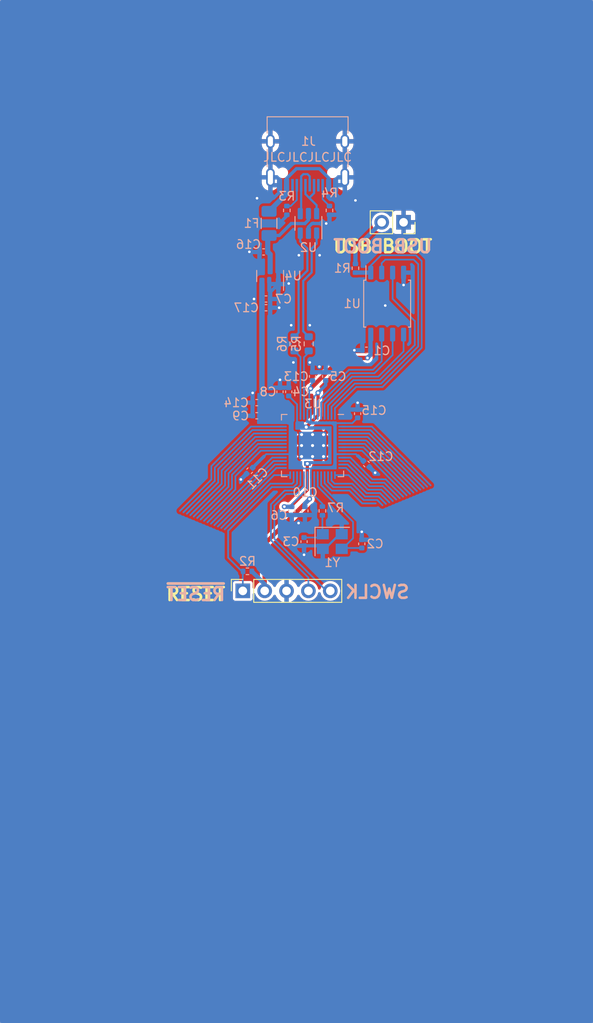
<source format=kicad_pcb>
(kicad_pcb (version 20211014) (generator pcbnew)
  (layers (0 "F.Cu" signal) (31 "B.Cu" signal) (34 "B.Paste" user) (35 "F.Paste" user) (36 "B.SilkS" user "B.Silkscreen") (37 "F.SilkS" user "F.Silkscreen") (38 "B.Mask" user) (39 "F.Mask" user) (44 "Edge.Cuts" user))
  (net 0 "")
  (net 1 "+3V3")
  (net 2 "GND")
  (net 3 "XTAL_IN")
  (net 4 "/XTAL_O")
  (net 5 "+1V1")
  (net 6 "+5V")
  (net 7 "VBUS")
  (net 8 "/CC1")
  (net 9 "D_USB_P")
  (net 10 "D_USB_N")
  (net 12 "/CC2")
  (net 14 "~{RESET}")
  (net 15 "SWD")
  (net 16 "SWCLK")
  (net 17 "/GPIO10")
  (net 18 "/GPIO11")
  (net 19 "/GPIO12")
  (net 20 "/GPIO13")
  (net 21 "/GPIO14")
  (net 22 "/GPIO15")
  (net 23 "/GPIO16")
  (net 24 "/GPIO17")
  (net 25 "/GPIO18")
  (net 26 "/GPIO19")
  (net 27 "/GPIO0")
  (net 28 "/GPIO1")
  (net 29 "/GPIO2")
  (net 30 "/GPIO3")
  (net 31 "/GPIO4")
  (net 32 "/GPIO5")
  (net 33 "/GPIO6")
  (net 34 "/GPIO7")
  (net 35 "/GPIO8")
  (net 36 "/GPIO9")
  (net 37 "/~{USB_BOOT}")
  (net 38 "CS")
  (net 39 "D_P")
  (net 40 "/D_+")
  (net 41 "D_N")
  (net 42 "/D_-")
  (net 43 "XTAL_OUT")
  (net 44 "SD1")
  (net 45 "SD2")
  (net 46 "SD0")
  (net 47 "QSPI_CLK")
  (net 48 "SD3")
  (net 49 "/GPIO20")
  (net 50 "/GPIO21")
  (net 51 "/GPIO22")
  (net 52 "/GPIO23")
  (net 53 "/GPIO24")
  (net 54 "/GPIO25")
  (net 55 "/GPIO26")
  (net 56 "/GPIO27")
  (net 57 "/GPIO28")
  (net 58 "/GPIO29")
  (footprint "Connector_PinSocket_2.54mm:PinSocket_1x05_P2.54mm_Vertical" (layer "F.Cu") (at 193.26225 83.931125 90)
    (fp_text reference "J2" hide)
    (fp_text value "SWD")
  )
  (footprint "Connector_PinSocket_2.54mm:PinSocket_1x02_P2.54mm_Vertical" (layer "F.Cu") (at 211.93125 41.132125 -90)
    (fp_text reference "SW1" hide)
    (fp_text value "SW_Push")
  )
  (footprint "Capacitor_SMD:C_0402_1005Metric" (layer "B.Cu") (at 198.59625 60.817125 90)
    (fp_text reference "C4")
    (fp_text value "1uF")
  )
  (footprint "Package_TO_SOT_SMD:SOT-23" (layer "B.Cu") (at 196.43675 47.368125 90)
    (fp_text reference "U4")
    (fp_text value "XC6206PxxxMR-Regulator_Linear")
  )
  (footprint "Resistor_SMD:R_0603_1608Metric" (layer "B.Cu") (at 199.263 55.245 -90)
    (fp_text reference "R6")
    (fp_text value "27R")
  )
  (footprint "Fuse:Fuse_1206_3216Metric" (layer "B.Cu") (at 196.31025 41.259125 -90)
    (fp_text reference "F1")
    (fp_text value "500mA")
  )
  (footprint "Resistor_SMD:R_0402_1005Metric" (layer "B.Cu") (at 198.374 39.751 -90)
    (fp_text reference "R3")
    (fp_text value "5k1")
  )
  (footprint "Resistor_SMD:R_0402_1005Metric" (layer "B.Cu") (at 203.327 39.751 -90)
    (fp_text reference "R4")
    (fp_text value "5k1")
  )
  (footprint "Capacitor_SMD:C_0402_1005Metric" (layer "B.Cu") (at 194.056 69.977 -135)
    (fp_text reference "C11")
    (fp_text value "100nF")
  )
  (footprint "Capacitor_SMD:C_0402_1005Metric" (layer "B.Cu") (at 197.58025 60.817125 90)
    (fp_text reference "C8")
    (fp_text value "1uF")
  )
  (footprint "Capacitor_SMD:C_0402_1005Metric" (layer "B.Cu") (at 195.961 51.054 180)
    (fp_text reference "C17")
    (fp_text value "1uF")
  )
  (footprint "Capacitor_SMD:C_0402_1005Metric" (layer "B.Cu") (at 201.362 59.023357 90)
    (fp_text reference "C13")
    (fp_text value "100nF")
  )
  (footprint "Capacitor_SMD:C_0402_1005Metric" (layer "B.Cu") (at 195.67475 44.574125)
    (fp_text reference "C16")
    (fp_text value "1uF")
  )
  (footprint "Capacitor_SMD:C_0402_1005Metric" (layer "B.Cu") (at 200.473 74.644357 -90)
    (fp_text reference "C10")
    (fp_text value "100nF")
  )
  (footprint "Capacitor_SMD:C_0402_1005Metric" (layer "B.Cu") (at 206.59725 63.357125 90)
    (fp_text reference "C15")
    (fp_text value "100nF")
  )
  (footprint "Package_TO_SOT_SMD:SOT-23-6" (layer "B.Cu") (at 200.88225 41.259125 90)
    (fp_text reference "U2")
    (fp_text value "USBLC6-2SC6")
  )
  (footprint "Capacitor_SMD:C_0402_1005Metric" (layer "B.Cu") (at 198.949 74.644357 -90)
    (fp_text reference "C6")
    (fp_text value "100nF")
  )
  (footprint "Resistor_SMD:R_0402_1005Metric" (layer "B.Cu") (at 206.34325 46.466125 -90)
    (fp_text reference "R1")
    (fp_text value "1k")
  )
  (footprint "Capacitor_SMD:C_0402_1005Metric" (layer "B.Cu") (at 202.886 59.023357 90)
    (fp_text reference "C5")
    (fp_text value "100nF")
  )
  (footprint "Capacitor_SMD:C_0402_1005Metric" (layer "B.Cu") (at 207.61325 55.991125 180)
    (fp_text reference "C1")
    (fp_text value "100nF")
  )
  (footprint "Capacitor_SMD:C_0402_1005Metric" (layer "B.Cu") (at 207.077 78.470125 -90)
    (fp_text reference "C2")
    (fp_text value "22pF")
  )
  (footprint "Capacitor_SMD:C_0402_1005Metric" (layer "B.Cu") (at 194.885 63.595357 180)
    (fp_text reference "C9")
    (fp_text value "100nF")
  )
  (footprint "Capacitor_SMD:C_0402_1005Metric" (layer "B.Cu") (at 195.961 50.038)
    (fp_text reference "C7")
    (fp_text value "10uF")
  )
  (footprint "Capacitor_SMD:C_0402_1005Metric" (layer "B.Cu") (at 200.37425 78.216125 90)
    (fp_text reference "C3")
    (fp_text value "22pF")
  )
  (footprint "Resistor_SMD:R_0603_1608Metric" (layer "B.Cu") (at 200.914 55.245 -90)
    (fp_text reference "R5")
    (fp_text value "27R")
  )
  (footprint "Sleep-Lib:RP2040-QFN-56" (layer "B.Cu") (at 201.362 67.056107 180)
    (fp_text reference "U3")
    (fp_text value "RP2040")
  )
  (footprint "Crystal:Crystal_SMD_3225-4Pin_3.2x2.5mm" (layer "B.Cu") (at 203.648 78.200357)
    (fp_text reference "Y1")
    (fp_text value "12MHz")
  )
  (footprint "Package_SO:SOIC-8_5.23x5.23mm_P1.27mm" (layer "B.Cu") (at 210.02625 50.574125 -90)
    (fp_text reference "U1")
    (fp_text value "W25Q128JVS")
  )
  (footprint "Resistor_SMD:R_0402_1005Metric" (layer "B.Cu") (at 193.802 81.661 180)
    (fp_text reference "R2")
    (fp_text value "1k")
  )
  (footprint "Capacitor_SMD:C_0402_1005Metric" (layer "B.Cu") (at 207.61325 69.199125 -45)
    (fp_text reference "C12")
    (fp_text value "100nF")
  )
  (footprint "Connector_USB:USB_C_Receptacle_HRO_TYPE-C-31-M-12" (layer "B.Cu") (at 200.787 32.781875)
    (fp_text reference "J1")
    (fp_text value "USB_C_Receptacle_USB2.0")
  )
  (footprint "Resistor_SMD:R_0402_1005Metric" (layer "B.Cu") (at 202.505 74.644357 90)
    (fp_text reference "R7")
    (fp_text value "1k")
  )
  (footprint "Capacitor_SMD:C_0402_1005Metric" (layer "B.Cu") (at 194.885 62.071357 180)
    (fp_text reference "C14")
    (fp_text value "100nF")
  )
  (gr_text "SWCLK" (at 208.88325 84.058125) (layer "B.SilkS") (effects (font (size 1.5 1.5) (thickness 0.3)) (justify mirror)))
  (gr_text "USB BOOT" (at 209.51825 43.926125) (layer "B.SilkS") (effects (font (size 1.5 1.5) (thickness 0.3)) (justify mirror)))
  (gr_text "JLCJLCJLCJLC" (at 200.787 33.575625) (layer "B.SilkS") (effects (font (size 1 1))))
  (gr_text "~{RESET}" (at 187.80125 84.312125) (layer "B.SilkS") (effects (font (size 1.5 1.5) (thickness 0.3)) (justify mirror)))
  (gr_text "~{RESET}" (at 187.80125 84.312125) (layer "F.SilkS") (effects (font (size 1.5 1.5) (thickness 0.3))))
  (gr_text "USB BOOT" (at 209.51825 43.926125) (layer "F.SilkS") (effects (font (size 1.5 1.5) (thickness 0.3))))
  (segment (start 201.00925 73.263125) (end 195.929261 78.343114) (width 0.5) (layer "F.Cu") (net 1))
  (segment (start 201.13625 60.436125) (end 204.69225 56.880125) (width 0.5) (layer "F.Cu") (net 1))
  (segment (start 195.929261 78.343114) (end 195.929261 78.343125) (width 0.5) (layer "F.Cu") (net 1))
  (segment (start 204.69225 56.880125) (end 207.74025 56.880125) (width 0.5) (layer "F.Cu") (net 1))
  (segment (start 195.80225 78.470136) (end 195.80225 83.931125) (width 0.5) (layer "F.Cu") (net 1))
  (segment (start 195.929261 78.343125) (end 195.80225 78.470136) (width 0.5) (layer "F.Cu") (net 1))
  (via (at 207.74025 56.880125) (size 0.6) (drill 0.3) (layers "F.Cu" "B.Cu") (net 1))
  (via (at 201.13625 60.436125) (size 0.6) (drill 0.3) (layers "F.Cu" "B.Cu") (net 1))
  (via (at 201.00925 73.263125) (size 0.6) (drill 0.3) (layers "F.Cu" "B.Cu") (net 1))
  (segment (start 195.976893 68.056107) (end 195.722875 68.310125) (width 0.2) (layer "B.Cu") (net 1))
  (segment (start 195.48675 48.305625) (end 195.48675 61.005625) (width 0.635) (layer "B.Cu") (net 1))
  (segment (start 208.09325 55.991125) (end 208.09325 54.202125) (width 0.5) (layer "B.Cu") (net 1))
  (segment (start 201.13625 60.436125) (end 200.98385 60.588525) (width 0.2) (layer "B.Cu") (net 1))
  (segment (start 197.9245 68.056107) (end 195.976893 68.056107) (width 0.2) (layer "B.Cu") (net 1))
  (segment (start 199.162 63.618607) (end 198.762 63.218607) (width 0.2) (layer "B.Cu") (net 1))
  (segment (start 195.365 62.071357) (end 195.365 63.595357) (width 0.381) (layer "B.Cu") (net 1))
  (segment (start 201.162 70.493607) (end 201.162 69.764357) (width 0.2) (layer "B.Cu") (net 1))
  (segment (start 200.762 63.618607) (end 200.762 64.212357) (width 0.2) (layer "B.Cu") (net 1))
  (segment (start 206.59725 68.255607) (end 206.39775 68.056107) (width 0.2) (layer "B.Cu") (net 1))
  (segment (start 201.162 73.110375) (end 201.162 70.493607) (width 0.2) (layer "B.Cu") (net 1))
  (segment (start 200.98385 60.588525) (end 200.98385 62.703507) (width 0.2) (layer "B.Cu") (net 1))
  (segment (start 197.9245 64.456107) (end 198.79375 64.456107) (width 0.2) (layer "B.Cu") (net 1))
  (segment (start 195.80225 83.15125) (end 194.312 81.661) (width 0.5) (layer "B.Cu") (net 1))
  (segment (start 198.762 63.618607) (end 198.762 62.478875) (width 0.2) (layer "B.Cu") (net 1))
  (segment (start 201.13625 60.436125) (end 201.13625 60.024107) (width 0.2) (layer "B.Cu") (net 1))
  (segment (start 206.59725 68.255607) (end 206.641732 68.255607) (width 0.381) (layer "B.Cu") (net 1))
  (segment (start 199.162 64.144357) (end 199.162 63.618607) (width 0.2) (layer "B.Cu") (net 1))
  (segment (start 198.822 64.484357) (end 199.162 64.144357) (width 0.2) (layer "B.Cu") (net 1))
  (segment (start 201.162 63.618607) (end 201.162 64.474375) (width 0.2) (layer "B.Cu") (net 1))
  (segment (start 198.762 64.417357) (end 198.695 64.484357) (width 0.2) (layer "B.Cu") (net 1))
  (segment (start 195.66 63.595357) (end 195.365 63.595357) (width 0.381) (layer "B.Cu") (net 1))
  (segment (start 201.00925 73.263125) (end 201.162 73.110375) (width 0.2) (layer "B.Cu") (net 1))
  (segment (start 195.80225 83.931125) (end 195.80225 83.15125) (width 0.5) (layer "B.Cu") (net 1))
  (segment (start 201.13625 60.024107) (end 201.362 59.798357) (width 0.2) (layer "B.Cu") (net 1))
  (segment (start 197.9245 64.456107) (end 196.52075 64.456107) (width 0.2) (layer "B.Cu") (net 1))
  (segment (start 198.762 63.618607) (end 198.762 64.417357) (width 0.2) (layer "B.Cu") (net 1))
  (segment (start 197.9245 68.056107) (end 198.80625 68.056107) (width 0.2) (layer "B.Cu") (net 1))
  (segment (start 203.632232 64.456107) (end 203.54925 64.373125) (width 0.2) (layer "B.Cu") (net 1))
  (segment (start 204.7995 68.056107) (end 204.04475 68.056107) (width 0.2) (layer "B.Cu") (net 1))
  (segment (start 207.74025 56.880125) (end 208.09325 56.527125) (width 0.5) (layer "B.Cu") (net 1))
  (segment (start 201.162 62.887357) (end 201.162 63.618607) (width 0.2) (layer "B.Cu") (net 1))
  (segment (start 205.978268 64.456107) (end 206.59725 63.837125) (width 0.2) (layer "B.Cu") (net 1))
  (segment (start 204.7995 64.456107) (end 203.632232 64.456107) (width 0.2) (layer "B.Cu") (net 1))
  (segment (start 208.09325 56.527125) (end 208.09325 55.991125) (width 0.5) (layer "B.Cu") (net 1))
  (segment (start 196.52075 64.456107) (end 195.66 63.595357) (width 0.2) (layer "B.Cu") (net 1))
  (segment (start 201.162 64.474375) (end 201.13625 64.500125) (width 0.2) (layer "B.Cu") (net 1))
  (segment (start 200.981 62.706357) (end 201.162 62.887357) (width 0.2) (layer "B.Cu") (net 1))
  (segment (start 206.641732 68.255607) (end 207.23225 68.846125) (width 0.381) (layer "B.Cu") (net 1))
  (segment (start 204.04475 68.056107) (end 204.029 68.040357) (width 0.2) (layer "B.Cu") (net 1))
  (segment (start 200.98385 62.703507) (end 200.981 62.706357) (width 0.2) (layer "B.Cu") (net 1))
  (segment (start 200.473 73.799375) (end 200.473 74.164357) (width 0.5) (layer "B.Cu") (net 1))
  (segment (start 201.00925 73.263125) (end 200.473 73.799375) (width 0.5) (layer "B.Cu") (net 1))
  (segment (start 197.58025 61.297125) (end 195.53475 61.297125) (width 0.5) (layer "B.Cu") (net 1))
  (segment (start 198.762 62.478875) (end 197.58025 61.297125) (width 0.2) (layer "B.Cu") (net 1))
  (segment (start 200.762 63.618607) (end 200.762 62.925357) (width 0.2) (layer "B.Cu") (net 1))
  (segment (start 195.722875 68.310125) (end 194.395411 69.637589) (width 0.381) (layer "B.Cu") (net 1))
  (segment (start 204.7995 64.456107) (end 205.978268 64.456107) (width 0.2) (layer "B.Cu") (net 1))
  (segment (start 206.39775 68.056107) (end 204.7995 68.056107) (width 0.2) (layer "B.Cu") (net 1))
  (segment (start 198.79375 64.456107) (end 198.822 64.484357) (width 0.2) (layer "B.Cu") (net 1))
  (segment (start 200.762 62.925357) (end 200.981 62.706357) (width 0.2) (layer "B.Cu") (net 1))
  (segment (start 200.087 65.781107) (end 202.637 65.781107) (width 0.635) (layer "F.Cu") (net 2))
  (segment (start 200.087 68.331107) (end 200.087 65.781107) (width 0.635) (layer "F.Cu") (net 2))
  (segment (start 202.637 68.331107) (end 202.637 65.781107) (width 0.635) (layer "F.Cu") (net 2))
  (segment (start 200.387 68.031107) (end 200.087 68.331107) (width 0.635) (layer "F.Cu") (net 2))
  (segment (start 200.087 67.056107) (end 202.637 67.056107) (width 0.635) (layer "F.Cu") (net 2))
  (segment (start 202.637 68.331107) (end 202.337 68.031107) (width 0.635) (layer "F.Cu") (net 2))
  (segment (start 201.362 65.781107) (end 201.362 68.331107) (width 0.635) (layer "F.Cu") (net 2))
  (segment (start 202.337 68.031107) (end 200.387 68.031107) (width 0.635) (layer "F.Cu") (net 2))
  (via (at 201.041 57.404) (size 0.6) (drill 0.3) (layers "F.Cu" "B.Cu") (net 2))
  (via (at 198.882 53.086) (size 0.6) (drill 0.3) (layers "F.Cu" "B.Cu") (net 2))
  (via (at 199.771 44.958) (size 0.6) (drill 0.3) (layers "F.Cu" "B.Cu") (net 2))
  (via (at 206.59725 62.087125) (size 0.6) (drill 0.3) (layers "F.Cu" "B.Cu") (net 2))
  (via (at 197.58025 59.420125) (size 0.6) (drill 0.3) (layers "F.Cu" "B.Cu") (net 2))
  (via (at 198.59625 48.244125) (size 0.6) (drill 0.3) (layers "F.Cu" "B.Cu") (net 2))
  (via (at 199.73925 76.057125) (size 0.6) (drill 0.3) (layers "F.Cu" "B.Cu") (net 2))
  (via (at 194.40525 60.944125) (size 0.6) (drill 0.3) (layers "F.Cu" "B.Cu") (net 2))
  (via (at 202.184 44.958) (size 0.6) (drill 0.3) (layers "F.Cu" "B.Cu") (net 2))
  (via (at 206.34325 38.592125) (size 0.6) (drill 0.3) (layers "F.Cu" "B.Cu") (net 2))
  (via (at 194.564 50.038) (size 0.6) (drill 0.3) (layers "F.Cu" "B.Cu") (net 2))
  (via (at 211.93125 48.415125) (size 0.6) (drill 0.3) (layers "F.Cu" "B.Cu") (net 2))
  (via (at 202.946 41.275) (size 0.6) (drill 0.3) (layers "F.Cu" "B.Cu") (net 2))
  (via (at 202.15225 57.896125) (size 0.6) (drill 0.3) (layers "F.Cu" "B.Cu") (net 2))
  (via (at 201.041 53.086) (size 0.6) (drill 0.3) (layers "F.Cu" "B.Cu") (net 2))
  (via (at 207.077 77.073125) (size 0.6) (drill 0.3) (layers "F.Cu" "B.Cu") (net 2))
  (via (at 194.91325 38.338125) (size 0.6) (drill 0.3) (layers "F.Cu" "B.Cu") (net 2))
  (via (at 194.02425 44.561125) (size 0.6) (drill 0.3) (layers "F.Cu" "B.Cu") (net 2))
  (via (at 197.485 51.054) (size 0.6) (drill 0.3) (layers "F.Cu" "B.Cu") (net 2))
  (via (at 206.21625 55.991125) (size 0.6) (drill 0.3) (layers "F.Cu" "B.Cu") (net 2))
  (via (at 200.37425 79.740125) (size 0.6) (drill 0.3) (layers "F.Cu" "B.Cu") (net 2))
  (via (at 199.136 57.404) (size 0.6) (drill 0.3) (layers "F.Cu" "B.Cu") (net 2))
  (via (at 208.62925 70.215125) (size 0.6) (drill 0.3) (layers "F.Cu" "B.Cu") (net 2))
  (via (at 193.04 70.993) (size 0.6) (drill 0.3) (layers "F.Cu" "B.Cu") (net 2))
  (via (at 209.804 50.8) (size 0.6) (drill 0.3) (layers "F.Cu" "B.Cu") (net 2))
  (segment (start 196.441 50.038) (end 196.441 49.251375) (width 0.381) (layer "B.Cu") (net 2))
  (segment (start 207.13325 55.991125) (end 206.21625 55.991125) (width 0.5) (layer "B.Cu") (net 2))
  (segment (start 194.405 62.071357) (end 194.405 63.595357) (width 0.381) (layer "B.Cu") (net 2))
  (segment (start 204.81925 38.592125) (end 206.34325 38.592125) (width 0.381) (layer "B.Cu") (net 2))
  (segment (start 207.077 76.365351) (end 207.077 77.073125) (width 0.2) (layer "B.Cu") (net 2))
  (segment (start 204.037 37.809875) (end 204.81925 38.592125) (width 0.381) (layer "B.Cu") (net 2))
  (segment (start 198.374 40.386) (end 197.612 41.148) (width 0.381) (layer "B.Cu") (net 2))
  (segment (start 204.037 36.826875) (end 204.037 37.809875) (width 0.381) (layer "B.Cu") (net 2))
  (segment (start 196.441 51.054) (end 197.485 51.054) (width 0.381) (layer "B.Cu") (net 2))
  (segment (start 193.04 70.993) (end 193.716589 70.316411) (width 0.2) (layer "B.Cu") (net 2))
  (segment (start 196.94525 38.211125) (end 196.81825 38.338125) (width 0.381) (layer "B.Cu") (net 2))
  (segment (start 197.537 37.619375) (end 196.94525 38.211125) (width 0.381) (layer "B.Cu") (net 2))
  (segment (start 195.19475 44.574125) (end 194.03725 44.574125) (width 0.5) (layer "B.Cu") (net 2))
  (segment (start 197.38675 48.305625) (end 198.53475 48.305625) (width 0.5) (layer "B.Cu") (net 2))
  (segment (start 197.58025 60.337125) (end 197.58025 59.420125) (width 0.2) (layer "B.Cu") (net 2))
  (segment (start 198.374 40.261) (end 198.374 40.386) (width 0.381) (layer "B.Cu") (net 2))
  (segment (start 196.441 49.251375) (end 197.38675 48.305625) (width 0.381) (layer "B.Cu") (net 2))
  (segment (start 201.295 41.275) (end 202.313 41.275) (width 0.381) (layer "B.Cu") (net 2))
  (segment (start 202.794978 79.050357) (end 204.494978 77.350357) (width 0.254) (layer "B.Cu") (net 2))
  (segment (start 202.362 71.650351) (end 207.077 76.365351) (width 0.2) (layer "B.Cu") (net 2))
  (segment (start 194.03725 44.574125) (end 194.02425 44.561125) (width 0.5) (layer "B.Cu") (net 2))
  (segment (start 197.537 36.826875) (end 197.537 37.619375) (width 0.381) (layer "B.Cu") (net 2))
  (segment (start 200.37425 78.696125) (end 200.37425 79.740125) (width 0.381) (layer "B.Cu") (net 2))
  (segment (start 202.362 70.493607) (end 202.362 71.650351) (width 0.2) (layer "B.Cu") (net 2))
  (segment (start 194.40525 60.944125) (end 194.40525 62.071107) (width 0.381) (layer "B.Cu") (net 2))
  (segment (start 200.37425 78.696125) (end 202.193768 78.696125) (width 0.381) (layer "B.Cu") (net 2))
  (segment (start 206.59725 62.877125) (end 206.59725 62.087125) (width 0.381) (layer "B.Cu") (net 2))
  (segment (start 207.952661 69.538536) (end 208.62925 70.215125) (width 0.381) (layer "B.Cu") (net 2))
  (segment (start 200.88225 42.396625) (end 200.88225 41.68775) (width 0.381) (layer "B.Cu") (net 2))
  (segment (start 211.93125 46.974125) (end 211.93125 48.415125) (width 0.381) (layer "B.Cu") (net 2))
  (segment (start 200.88225 41.68775) (end 201.295 41.275) (width 0.381) (layer "B.Cu") (net 2))
  (segment (start 196.81825 38.338125) (end 194.91325 38.338125) (width 0.381) (layer "B.Cu") (net 2))
  (segment (start 202.886 58.543357) (end 201.362 58.543357) (width 0.5) (layer "B.Cu") (net 2))
  (segment (start 198.53475 48.305625) (end 198.59625 48.244125) (width 0.5) (layer "B.Cu") (net 2))
  (segment (start 207.077 77.073125) (end 207.077 77.990125) (width 0.381) (layer "B.Cu") (net 2))
  (segment (start 201.962 70.493607) (end 201.962 71.815357) (width 0.2) (layer "B.Cu") (net 3))
  (segment (start 206.061 75.914357) (end 206.061 77.819357) (width 0.2) (layer "B.Cu") (net 3))
  (segment (start 201.962 71.815357) (end 206.061 75.914357) (width 0.2) (layer "B.Cu") (net 3))
  (segment (start 207.077 78.950125) (end 204.848232 78.950125) (width 0.2) (layer "B.Cu") (net 3))
  (segment (start 206.061 77.819357) (end 204.83 79.050357) (width 0.2) (layer "B.Cu") (net 3))
  (segment (start 200.37425 77.736125) (end 202.162232 77.736125) (width 0.2) (layer "B.Cu") (net 4))
  (segment (start 202.505 77.307357) (end 202.505 75.154357) (width 0.2) (layer "B.Cu") (net 4))
  (segment (start 200.75525 69.155607) (end 200.75525 72.203107) (width 0.381) (layer "F.Cu") (net 5))
  (segment (start 200.62825 64.918357) (end 201.997 63.549607) (width 0.381) (layer "F.Cu") (net 5))
  (segment (start 198.806232 74.152125) (end 198.08825 74.152125) (width 0.381) (layer "F.Cu") (net 5))
  (segment (start 200.75525 72.203107) (end 198.806232 74.152125) (width 0.381) (layer "F.Cu") (net 5))
  (segment (start 201.997 63.549607) (end 201.997 60.928357) (width 0.381) (layer "F.Cu") (net 5))
  (via (at 200.62825 64.918357) (size 0.6) (drill 0.35) (layers "F.Cu" "B.Cu") (net 5))
  (via (at 201.997 60.928357) (size 0.6) (drill 0.3) (layers "F.Cu" "B.Cu") (net 5))
  (via (at 198.08825 74.152125) (size 0.6) (drill 0.3) (layers "F.Cu" "B.Cu") (net 5))
  (via (at 200.75525 69.155607) (size 0.6) (drill 0.35) (layers "F.Cu" "B.Cu") (net 5))
  (segment (start 200.762 72.056357) (end 200.762 70.493607) (width 0.2) (layer "B.Cu") (net 5))
  (segment (start 198.08825 74.152125) (end 198.100482 74.164357) (width 0.5) (layer "B.Cu") (net 5))
  (segment (start 201.562 61.363357) (end 201.562 63.618607) (width 0.2) (layer "B.Cu") (net 5))
  (segment (start 199.562 63.618607) (end 199.562 64.462357) (width 0.2) (layer "B.Cu") (net 5))
  (segment (start 198.100482 74.164357) (end 198.949 74.164357) (width 0.5) (layer "B.Cu") (net 5))
  (segment (start 199.562 62.262875) (end 198.59625 61.297125) (width 0.2) (layer "B.Cu") (net 5))
  (segment (start 200.62825 64.918357) (end 200.700037 64.990144) (width 0.381) (layer "B.Cu") (net 5))
  (segment (start 199.562 63.618607) (end 199.562 62.262875) (width 0.2) (layer "B.Cu") (net 5))
  (segment (start 199.562 64.462357) (end 199.711 64.611357) (width 0.2) (layer "B.Cu") (net 5))
  (segment (start 198.949 73.869357) (end 200.762 72.056357) (width 0.2) (layer "B.Cu") (net 5))
  (segment (start 201.997 60.928357) (end 202.886 60.039357) (width 0.381) (layer "B.Cu") (net 5))
  (segment (start 202.886 60.039357) (end 202.886 59.798357) (width 0.381) (layer "B.Cu") (net 5))
  (segment (start 201.997 60.928357) (end 201.562 61.363357) (width 0.2) (layer "B.Cu") (net 5))
  (segment (start 196.43675 44.856125) (end 196.15475 44.574125) (width 0.6) (layer "B.Cu") (net 6))
  (segment (start 200.47402 41.275) (end 198.882 41.275) (width 0.381) (layer "B.Cu") (net 6))
  (segment (start 200.88225 40.86677) (end 200.47402 41.275) (width 0.381) (layer "B.Cu") (net 6))
  (segment (start 197.497875 42.659125) (end 196.31025 42.659125) (width 0.381) (layer "B.Cu") (net 6))
  (segment (start 200.88225 40.121625) (end 200.88225 40.86677) (width 0.381) (layer "B.Cu") (net 6))
  (segment (start 198.882 41.275) (end 197.497875 42.659125) (width 0.381) (layer "B.Cu") (net 6))
  (segment (start 196.43675 46.430625) (end 196.43675 44.856125) (width 0.6) (layer "B.Cu") (net 6))
  (segment (start 196.15475 44.574125) (end 196.15475 42.814625) (width 0.6) (layer "B.Cu") (net 6))
  (segment (start 198.337 36.057375) (end 199.48525 34.909125) (width 0.381) (layer "B.Cu") (net 7))
  (segment (start 203.237 35.993875) (end 203.237 36.826875) (width 0.381) (layer "B.Cu") (net 7))
  (segment (start 202.15225 34.909125) (end 203.237 35.993875) (width 0.381) (layer "B.Cu") (net 7))
  (segment (start 199.48525 34.909125) (end 202.15225 34.909125) (width 0.381) (layer "B.Cu") (net 7))
  (segment (start 198.337 37.832375) (end 196.31025 39.859125) (width 0.6) (layer "B.Cu") (net 7))
  (segment (start 198.337 36.826875) (end 198.337 37.832375) (width 0.6) (layer "B.Cu") (net 7))
  (segment (start 198.337 36.826875) (end 198.337 36.057375) (width 0.381) (layer "B.Cu") (net 7))
  (segment (start 198.836375 39.241) (end 198.374 39.241) (width 0.2) (layer "B.Cu") (net 8))
  (segment (start 199.537 38.540375) (end 198.836375 39.241) (width 0.2) (layer "B.Cu") (net 8))
  (segment (start 199.537 36.826875) (end 199.537 38.540375) (width 0.2) (layer "B.Cu") (net 8))
  (segment (start 200.980796 38.298693) (end 201.83225 39.150147) (width 0.254) (layer "B.Cu") (net 9))
  (segment (start 200.537 36.826875) (end 200.537 37.854897) (width 0.254) (layer "B.Cu") (net 9))
  (segment (start 201.83225 39.150147) (end 201.83225 40.121625) (width 0.254) (layer "B.Cu") (net 9))
  (segment (start 200.980796 38.298693) (end 201.537 37.742489) (width 0.254) (layer "B.Cu") (net 9))
  (segment (start 200.537 37.854897) (end 200.980796 38.298693) (width 0.254) (layer "B.Cu") (net 9))
  (segment (start 201.537 37.742489) (end 201.537 36.826875) (width 0.254) (layer "B.Cu") (net 9))
  (segment (start 201.037 35.798853) (end 201.037 36.826875) (width 0.254) (layer "B.Cu") (net 10))
  (segment (start 200.037 40.016875) (end 200.037 36.826875) (width 0.254) (layer "B.Cu") (net 10))
  (segment (start 200.037 35.798853) (end 200.291728 35.544125) (width 0.254) (layer "B.Cu") (net 10))
  (segment (start 200.782272 35.544125) (end 201.037 35.798853) (width 0.254) (layer "B.Cu") (net 10))
  (segment (start 200.037 36.826875) (end 200.037 35.798853) (width 0.254) (layer "B.Cu") (net 10))
  (segment (start 200.291728 35.544125) (end 200.782272 35.544125) (width 0.254) (layer "B.Cu") (net 10))
  (segment (start 202.537 36.826875) (end 202.537 38.451) (width 0.2) (layer "B.Cu") (net 12))
  (segment (start 202.537 38.451) (end 203.327 39.241) (width 0.2) (layer "B.Cu") (net 12))
  (segment (start 193.26225 83.931125) (end 193.26225 81.69075) (width 0.2) (layer "B.Cu") (net 14))
  (segment (start 191.55833 76.960081) (end 196.633766 71.884645) (width 0.2) (layer "B.Cu") (net 14))
  (segment (start 193.26225 81.69075) (end 193.292 81.661) (width 0.2) (layer "B.Cu") (net 14))
  (segment (start 191.55833 80.070205) (end 191.55833 76.960081) (width 0.2) (layer "B.Cu") (net 14))
  (segment (start 196.633766 71.884645) (end 199.142736 71.884645) (width 0.2) (layer "B.Cu") (net 14))
  (segment (start 193.292 81.661) (end 193.149125 81.661) (width 0.2) (layer "B.Cu") (net 14))
  (segment (start 199.562 71.465381) (end 199.562 70.493607) (width 0.2) (layer "B.Cu") (net 14))
  (segment (start 199.142736 71.884645) (end 199.562 71.465381) (width 0.2) (layer "B.Cu") (net 14))
  (segment (start 193.149125 81.661) (end 191.55833 80.070205) (width 0.2) (layer "B.Cu") (net 14))
  (segment (start 199.962 71.630387) (end 199.308222 72.284165) (width 0.2) (layer "B.Cu") (net 15))
  (segment (start 196.528761 73.876608) (end 196.528761 78.047142) (width 0.2) (layer "B.Cu") (net 15))
  (segment (start 198.121204 72.284165) (end 196.528761 73.876608) (width 0.2) (layer "B.Cu") (net 15))
  (segment (start 199.308222 72.284165) (end 198.121204 72.284165) (width 0.2) (layer "B.Cu") (net 15))
  (segment (start 200.88225 82.400631) (end 200.88225 83.931125) (width 0.2) (layer "B.Cu") (net 15))
  (segment (start 199.962 70.493607) (end 199.962 71.630387) (width 0.2) (layer "B.Cu") (net 15))
  (segment (start 196.528761 78.047142) (end 200.88225 82.400631) (width 0.2) (layer "B.Cu") (net 15))
  (segment (start 198.28669 72.683685) (end 199.473708 72.683685) (width 0.2) (layer "B.Cu") (net 16))
  (segment (start 202.97775 83.931125) (end 196.928281 77.881656) (width 0.2) (layer "B.Cu") (net 16))
  (segment (start 199.473708 72.683685) (end 200.362 71.795393) (width 0.2) (layer "B.Cu") (net 16))
  (segment (start 196.928281 77.881656) (end 196.928281 74.042094) (width 0.2) (layer "B.Cu") (net 16))
  (segment (start 196.928281 74.042094) (end 198.28669 72.683685) (width 0.2) (layer "B.Cu") (net 16))
  (segment (start 200.362 71.795393) (end 200.362 70.493607) (width 0.2) (layer "B.Cu") (net 16))
  (segment (start 204.7995 69.256107) (end 205.438382 69.256107) (width 0.2) (layer "B.Cu") (net 17))
  (segment (start 205.438382 69.256107) (end 207.95844 71.776165) (width 0.2) (layer "B.Cu") (net 17))
  (segment (start 207.95844 71.776165) (end 209.52426 71.776165) (width 0.2) (layer "B.Cu") (net 17))
  (segment (start 209.52426 71.776165) (end 211.0793 73.331205) (width 0.2) (layer "B.Cu") (net 17))
  (segment (start 210.67978 73.496691) (end 209.358774 72.175685) (width 0.2) (layer "B.Cu") (net 18))
  (segment (start 209.358774 72.175685) (end 207.792953 72.175684) (width 0.2) (layer "B.Cu") (net 18))
  (segment (start 205.273376 69.656107) (end 204.7995 69.656107) (width 0.2) (layer "B.Cu") (net 18))
  (segment (start 207.792953 72.175684) (end 205.273376 69.656107) (width 0.2) (layer "B.Cu") (net 18))
  (segment (start 203.962 70.493607) (end 205.54587 70.493607) (width 0.2) (layer "B.Cu") (net 19))
  (segment (start 209.193286 72.575203) (end 210.28025 73.662167) (width 0.2) (layer "B.Cu") (net 19))
  (segment (start 207.627467 72.575203) (end 209.193286 72.575204) (width 0.2) (layer "B.Cu") (net 19))
  (segment (start 205.54587 70.493607) (end 207.627467 72.575204) (width 0.2) (layer "B.Cu") (net 19))
  (segment (start 205.972382 71.485125) (end 207.46198 72.974723) (width 0.2) (layer "B.Cu") (net 20))
  (segment (start 203.562 70.493607) (end 203.562 71.116875) (width 0.2) (layer "B.Cu") (net 20))
  (segment (start 209.0278 72.974723) (end 209.88073 73.827653) (width 0.2) (layer "B.Cu") (net 20))
  (segment (start 203.93025 71.485125) (end 205.972382 71.485125) (width 0.2) (layer "B.Cu") (net 20))
  (segment (start 207.46198 72.974723) (end 209.0278 72.974723) (width 0.2) (layer "B.Cu") (net 20))
  (segment (start 203.562 71.116875) (end 203.93025 71.485125) (width 0.2) (layer "B.Cu") (net 20))
  (segment (start 203.764763 71.884644) (end 205.806895 71.884644) (width 0.2) (layer "B.Cu") (net 21))
  (segment (start 208.862313 73.374242) (end 209.48121 73.993139) (width 0.2) (layer "B.Cu") (net 21))
  (segment (start 207.296494 73.374242) (end 208.862313 73.374243) (width 0.2) (layer "B.Cu") (net 21))
  (segment (start 205.806895 71.884644) (end 207.296494 73.374243) (width 0.2) (layer "B.Cu") (net 21))
  (segment (start 203.162 70.493607) (end 203.162 71.281881) (width 0.2) (layer "B.Cu") (net 21))
  (segment (start 203.162 71.281881) (end 203.764763 71.884644) (width 0.2) (layer "B.Cu") (net 21))
  (segment (start 205.641409 72.284164) (end 203.599277 72.284164) (width 0.2) (layer "B.Cu") (net 22))
  (segment (start 208.696827 73.773762) (end 207.131008 73.773763) (width 0.2) (layer "B.Cu") (net 22))
  (segment (start 203.599277 72.284164) (end 202.762 71.446887) (width 0.2) (layer "B.Cu") (net 22))
  (segment (start 202.762 71.446887) (end 202.762 70.493607) (width 0.2) (layer "B.Cu") (net 22))
  (segment (start 207.131008 73.773763) (end 205.641409 72.284164) (width 0.2) (layer "B.Cu") (net 22))
  (segment (start 199.162 70.493607) (end 199.162 71.300375) (width 0.2) (layer "B.Cu") (net 23))
  (segment (start 196.46828 71.485125) (end 191.15881 76.794595) (width 0.2) (layer "B.Cu") (net 23))
  (segment (start 198.97725 71.485125) (end 196.46828 71.485125) (width 0.2) (layer "B.Cu") (net 23))
  (segment (start 199.162 71.300375) (end 198.97725 71.485125) (width 0.2) (layer "B.Cu") (net 23))
  (segment (start 198.762 70.493607) (end 196.894792 70.493607) (width 0.2) (layer "B.Cu") (net 24))
  (segment (start 196.894792 70.493607) (end 190.75929 76.629109) (width 0.2) (layer "B.Cu") (net 24))
  (segment (start 197.9245 69.656107) (end 197.167286 69.656107) (width 0.2) (layer "B.Cu") (net 25))
  (segment (start 197.167286 69.656107) (end 190.35977 76.463623) (width 0.2) (layer "B.Cu") (net 25))
  (segment (start 197.00228 69.256107) (end 189.96025 76.298137) (width 0.2) (layer "B.Cu") (net 26))
  (segment (start 197.9245 69.256107) (end 197.00228 69.256107) (width 0.2) (layer "B.Cu") (net 26))
  (segment (start 204.7995 64.856107) (end 208.254982 64.856107) (width 0.2) (layer "B.Cu") (net 27))
  (segment (start 208.254982 64.856107) (end 215.0745 71.675625) (width 0.2) (layer "B.Cu") (net 27))
  (segment (start 208.089976 65.256107) (end 214.67498 71.841111) (width 0.2) (layer "B.Cu") (net 28))
  (segment (start 204.7995 65.256107) (end 208.089976 65.256107) (width 0.2) (layer "B.Cu") (net 28))
  (segment (start 204.7995 65.656107) (end 207.92497 65.656107) (width 0.2) (layer "B.Cu") (net 29))
  (segment (start 207.92497 65.656107) (end 214.27546 72.006597) (width 0.2) (layer "B.Cu") (net 29))
  (segment (start 207.759964 66.056107) (end 213.87594 72.172083) (width 0.2) (layer "B.Cu") (net 30))
  (segment (start 204.7995 66.056107) (end 207.759964 66.056107) (width 0.2) (layer "B.Cu") (net 30))
  (segment (start 207.594958 66.456107) (end 213.47642 72.337569) (width 0.2) (layer "B.Cu") (net 31))
  (segment (start 204.7995 66.456107) (end 207.594958 66.456107) (width 0.2) (layer "B.Cu") (net 31))
  (segment (start 213.0769 72.503055) (end 209.13761 68.563765) (width 0.2) (layer "B.Cu") (net 32))
  (segment (start 207.428752 66.855627) (end 206.85125 66.855627) (width 0.2) (layer "B.Cu") (net 32))
  (segment (start 206.85125 66.855627) (end 206.85077 66.856107) (width 0.2) (layer "B.Cu") (net 32))
  (segment (start 209.13761 68.563765) (end 209.13689 68.563765) (width 0.2) (layer "B.Cu") (net 32))
  (segment (start 206.85077 66.856107) (end 204.7995 66.856107) (width 0.2) (layer "B.Cu") (net 32))
  (segment (start 209.13689 68.563765) (end 207.428752 66.855627) (width 0.2) (layer "B.Cu") (net 32))
  (segment (start 207.264226 67.256107) (end 212.67738 72.669261) (width 0.2) (layer "B.Cu") (net 33))
  (segment (start 204.7995 67.256107) (end 207.264226 67.256107) (width 0.2) (layer "B.Cu") (net 33))
  (segment (start 206.958272 67.656107) (end 204.7995 67.656107) (width 0.2) (layer "B.Cu") (net 34))
  (segment (start 207.09874 67.655627) (end 206.958752 67.655627) (width 0.2) (layer "B.Cu") (net 34))
  (segment (start 206.958752 67.655627) (end 206.958272 67.656107) (width 0.2) (layer "B.Cu") (net 34))
  (segment (start 212.27786 72.834747) (end 207.09874 67.655627) (width 0.2) (layer "B.Cu") (net 34))
  (segment (start 205.768394 68.456107) (end 204.7995 68.456107) (width 0.2) (layer "B.Cu") (net 35))
  (segment (start 208.289412 70.977125) (end 205.768394 68.456107) (width 0.2) (layer "B.Cu") (net 35))
  (segment (start 209.855232 70.977125) (end 208.289412 70.977125) (width 0.2) (layer "B.Cu") (net 35))
  (segment (start 211.87834 73.000233) (end 209.855232 70.977125) (width 0.2) (layer "B.Cu") (net 35))
  (segment (start 205.603868 68.856587) (end 204.94625 68.856587) (width 0.2) (layer "B.Cu") (net 36))
  (segment (start 211.47882 73.165719) (end 209.689746 71.376645) (width 0.2) (layer "B.Cu") (net 36))
  (segment (start 208.123926 71.376645) (end 205.603868 68.856587) (width 0.2) (layer "B.Cu") (net 36))
  (segment (start 209.689746 71.376645) (end 208.123926 71.376645) (width 0.2) (layer "B.Cu") (net 36))
  (segment (start 206.34325 44.180125) (end 209.39125 41.132125) (width 0.5) (layer "B.Cu") (net 37))
  (segment (start 206.34325 45.956125) (end 206.34325 44.180125) (width 0.5) (layer "B.Cu") (net 37))
  (segment (start 206.4272 60.256205) (end 209.488191 60.256202) (width 0.2) (layer "B.Cu") (net 38))
  (segment (start 208.12125 46.155119) (end 208.12125 46.974125) (width 0.2) (layer "B.Cu") (net 38))
  (segment (start 214.032039 55.712354) (end 214.032039 45.630039) (width 0.2) (layer "B.Cu") (net 38))
  (segment (start 214.032039 45.630039) (end 213.36 44.958) (width 0.2) (layer "B.Cu") (net 38))
  (segment (start 203.962 62.721405) (end 206.4272 60.256205) (width 0.2) (layer "B.Cu") (net 38))
  (segment (start 203.962 63.618607) (end 203.962 62.721405) (width 0.2) (layer "B.Cu") (net 38))
  (segment (start 213.36 44.958) (end 209.318369 44.958) (width 0.2) (layer "B.Cu") (net 38))
  (segment (start 206.34325 46.972125) (end 208.11925 46.972125) (width 0.5) (layer "B.Cu") (net 38))
  (segment (start 209.488191 60.256202) (end 214.032039 55.712354) (width 0.2) (layer "B.Cu") (net 38))
  (segment (start 209.318369 44.958) (end 208.12125 46.155119) (width 0.2) (layer "B.Cu") (net 38))
  (segment (start 201.83225 43.609125) (end 201.26125 44.180125) (width 0.254) (layer "B.Cu") (net 39))
  (segment (start 200.279 53.785) (end 200.914 54.42) (width 0.254) (layer "B.Cu") (net 39))
  (segment (start 200.279 47.933757) (end 200.279 53.785) (width 0.254) (layer "B.Cu") (net 39))
  (segment (start 201.26125 46.951507) (end 200.279 47.933757) (width 0.254) (layer "B.Cu") (net 39))
  (segment (start 201.26125 44.180125) (end 201.26125 46.951507) (width 0.254) (layer "B.Cu") (net 39))
  (segment (start 201.83225 42.396625) (end 201.83225 43.609125) (width 0.254) (layer "B.Cu") (net 39))
  (segment (start 200.914 56.261) (end 200.914 56.07) (width 0.2) (layer "B.Cu") (net 40))
  (segment (start 200.362 63.618607) (end 200.362 56.813) (width 0.2) (layer "B.Cu") (net 40))
  (segment (start 200.362 56.813) (end 200.914 56.261) (width 0.2) (layer "B.Cu") (net 40))
  (segment (start 200.362 63.618607) (end 200.36152 63.618127) (width 0.2) (layer "B.Cu") (net 40))
  (segment (start 199.74125 53.94175) (end 199.263 54.42) (width 0.254) (layer "B.Cu") (net 41))
  (segment (start 200.75725 44.180125) (end 200.75725 46.742743) (width 0.254) (layer "B.Cu") (net 41))
  (segment (start 199.93225 43.355125) (end 200.75725 44.180125) (width 0.254) (layer "B.Cu") (net 41))
  (segment (start 199.93225 42.396625) (end 199.93225 43.355125) (width 0.254) (layer "B.Cu") (net 41))
  (segment (start 200.75725 46.742743) (end 199.74125 47.758743) (width 0.254) (layer "B.Cu") (net 41))
  (segment (start 199.74125 47.758743) (end 199.74125 53.94175) (width 0.254) (layer "B.Cu") (net 41))
  (segment (start 199.962 56.769) (end 199.263 56.07) (width 0.2) (layer "B.Cu") (net 42))
  (segment (start 199.962 63.618607) (end 199.962 56.769) (width 0.2) (layer "B.Cu") (net 42))
  (segment (start 202.505 73.819357) (end 201.562 72.876357) (width 0.2) (layer "B.Cu") (net 43))
  (segment (start 202.505 74.134357) (end 202.505 73.819357) (width 0.2) (layer "B.Cu") (net 43))
  (segment (start 201.562 72.876357) (end 201.562 70.493607) (width 0.2) (layer "B.Cu") (net 43))
  (segment (start 206.261714 59.856685) (end 209.322704 59.856683) (width 0.2) (layer "B.Cu") (net 44))
  (segment (start 203.562 63.618607) (end 203.562 62.556399) (width 0.2) (layer "B.Cu") (net 44))
  (segment (start 209.322704 59.856683) (end 213.63252 55.546867) (width 0.2) (layer "B.Cu") (net 44))
  (segment (start 213.63252 45.99252) (end 213.106 45.466) (width 0.2) (layer "B.Cu") (net 44))
  (segment (start 203.562 62.556399) (end 206.261714 59.856685) (width 0.2) (layer "B.Cu") (net 44))
  (segment (start 209.804 45.466) (end 209.39125 45.87875) (width 0.2) (layer "B.Cu") (net 44))
  (segment (start 213.106 45.466) (end 209.804 45.466) (width 0.2) (layer "B.Cu") (net 44))
  (segment (start 209.39125 45.87875) (end 209.39125 46.974125) (width 0.2) (layer "B.Cu") (net 44))
  (segment (start 213.63252 55.546867) (end 213.63252 45.99252) (width 0.2) (layer "B.Cu") (net 44))
  (segment (start 203.162 63.618607) (end 203.162 62.391393) (width 0.2) (layer "B.Cu") (net 45))
  (segment (start 203.162 62.391393) (end 206.096228 59.457165) (width 0.2) (layer "B.Cu") (net 45))
  (segment (start 209.157217 59.457164) (end 213.233 55.381381) (width 0.2) (layer "B.Cu") (net 45))
  (segment (start 213.233 55.381381) (end 213.233 52.593875) (width 0.2) (layer "B.Cu") (net 45))
  (segment (start 206.096228 59.457165) (end 209.157217 59.457164) (width 0.2) (layer "B.Cu") (net 45))
  (segment (start 210.66125 50.022125) (end 210.66125 46.974125) (width 0.2) (layer "B.Cu") (net 45))
  (segment (start 213.233 52.593875) (end 210.66125 50.022125) (width 0.2) (layer "B.Cu") (net 45))
  (segment (start 202.762 63.618607) (end 202.762 62.226387) (width 0.2) (layer "B.Cu") (net 46))
  (segment (start 205.930742 59.057645) (end 208.99173 59.057645) (width 0.2) (layer "B.Cu") (net 46))
  (segment (start 202.762 62.226387) (end 205.930742 59.057645) (width 0.2) (layer "B.Cu") (net 46))
  (segment (start 208.99173 59.057645) (end 211.93125 56.118125) (width 0.2) (layer "B.Cu") (net 46))
  (segment (start 211.93125 56.118125) (end 211.93125 54.174125) (width 0.2) (layer "B.Cu") (net 46))
  (segment (start 210.66125 56.54675) (end 210.66125 54.174125) (width 0.2) (layer "B.Cu") (net 47))
  (segment (start 205.765256 58.658125) (end 208.549875 58.658125) (width 0.2) (layer "B.Cu") (net 47))
  (segment (start 202.362 63.618607) (end 202.362 62.061381) (width 0.2) (layer "B.Cu") (net 47))
  (segment (start 208.549875 58.658125) (end 210.66125 56.54675) (width 0.2) (layer "B.Cu") (net 47))
  (segment (start 202.362 62.061381) (end 205.765256 58.658125) (width 0.2) (layer "B.Cu") (net 47))
  (segment (start 201.962 61.896375) (end 201.962 63.618607) (width 0.2) (layer "B.Cu") (net 48))
  (segment (start 208.384389 58.258605) (end 205.59977 58.258605) (width 0.2) (layer "B.Cu") (net 48))
  (segment (start 209.39125 54.174125) (end 209.39125 57.251744) (width 0.2) (layer "B.Cu") (net 48))
  (segment (start 205.59977 58.258605) (end 201.962 61.896375) (width 0.2) (layer "B.Cu") (net 48))
  (segment (start 209.39125 57.251744) (end 208.384389 58.258605) (width 0.2) (layer "B.Cu") (net 48))
  (segment (start 196.837274 68.856107) (end 189.56073 76.132651) (width 0.2) (layer "B.Cu") (net 49))
  (segment (start 197.9245 68.856107) (end 196.837274 68.856107) (width 0.2) (layer "B.Cu") (net 49))
  (segment (start 196.672268 68.456107) (end 189.161211 75.967164) (width 0.2) (layer "B.Cu") (net 50))
  (segment (start 197.9245 68.456107) (end 196.672268 68.456107) (width 0.2) (layer "B.Cu") (net 50))
  (segment (start 192.405 72.158369) (end 188.761692 75.801677) (width 0.2) (layer "B.Cu") (net 51))
  (segment (start 192.405 70.612) (end 192.405 72.158369) (width 0.2) (layer "B.Cu") (net 51))
  (segment (start 197.9245 67.656107) (end 195.360893 67.656107) (width 0.2) (layer "B.Cu") (net 51))
  (segment (start 195.360893 67.656107) (end 192.405 70.612) (width 0.2) (layer "B.Cu") (net 51))
  (segment (start 192.00548 71.992883) (end 192.005481 70.446513) (width 0.2) (layer "B.Cu") (net 52))
  (segment (start 188.362172 75.636191) (end 192.00548 71.992883) (width 0.2) (layer "B.Cu") (net 52))
  (segment (start 192.005481 70.446513) (end 195.195887 67.256107) (width 0.2) (layer "B.Cu") (net 52))
  (segment (start 195.195887 67.256107) (end 197.9245 67.256107) (width 0.2) (layer "B.Cu") (net 52))
  (segment (start 197.9245 66.856107) (end 195.030881 66.856107) (width 0.2) (layer "B.Cu") (net 53))
  (segment (start 191.60596 70.281028) (end 191.60596 71.827397) (width 0.2) (layer "B.Cu") (net 53))
  (segment (start 191.60596 71.827397) (end 187.962653 75.470704) (width 0.2) (layer "B.Cu") (net 53))
  (segment (start 195.030881 66.856107) (end 191.60596 70.281028) (width 0.2) (layer "B.Cu") (net 53))
  (segment (start 191.20644 70.115542) (end 194.865875 66.456107) (width 0.2) (layer "B.Cu") (net 54))
  (segment (start 187.563133 75.305218) (end 191.20644 71.661911) (width 0.2) (layer "B.Cu") (net 54))
  (segment (start 191.20644 71.661911) (end 191.20644 70.115542) (width 0.2) (layer "B.Cu") (net 54))
  (segment (start 194.865875 66.456107) (end 197.9245 66.456107) (width 0.2) (layer "B.Cu") (net 54))
  (segment (start 190.80692 69.950056) (end 190.80692 71.496425) (width 0.2) (layer "B.Cu") (net 55))
  (segment (start 190.80692 71.496425) (end 187.163614 75.139731) (width 0.2) (layer "B.Cu") (net 55))
  (segment (start 194.700869 66.056107) (end 190.80692 69.950056) (width 0.2) (layer "B.Cu") (net 55))
  (segment (start 197.9245 66.056107) (end 194.700869 66.056107) (width 0.2) (layer "B.Cu") (net 55))
  (segment (start 186.764094 74.974245) (end 190.4074 71.330939) (width 0.2) (layer "B.Cu") (net 56))
  (segment (start 194.535863 65.656107) (end 197.9245 65.656107) (width 0.2) (layer "B.Cu") (net 56))
  (segment (start 190.4074 71.330939) (end 190.407401 69.784569) (width 0.2) (layer "B.Cu") (net 56))
  (segment (start 190.407401 69.784569) (end 194.535863 65.656107) (width 0.2) (layer "B.Cu") (net 56))
  (segment (start 190.00788 69.619084) (end 190.00788 71.165453) (width 0.2) (layer "B.Cu") (net 57))
  (segment (start 194.370857 65.256107) (end 190.00788 69.619084) (width 0.2) (layer "B.Cu") (net 57))
  (segment (start 190.00788 71.165453) (end 186.364574 74.808759) (width 0.2) (layer "B.Cu") (net 57))
  (segment (start 197.9245 65.256107) (end 194.370857 65.256107) (width 0.2) (layer "B.Cu") (net 57))
  (segment (start 194.205851 64.856107) (end 197.9245 64.856107) (width 0.2) (layer "B.Cu") (net 58))
  (segment (start 189.60836 70.999967) (end 189.608361 69.453597) (width 0.2) (layer "B.Cu") (net 58))
  (segment (start 185.965055 74.643272) (end 189.60836 70.999967) (width 0.2) (layer "B.Cu") (net 58))
  (segment (start 189.608361 69.453597) (end 194.205851 64.856107) (width 0.2) (layer "B.Cu") (net 58))
  (zone (net 2) (net_name "GND") (layers F&B.Cu) (connect_pads (clearance 0.3)) (min_thickness 0.3) (fill yes (thermal_gap 0.508) (thermal_bridge_width 0.508))
    (polygon (pts (xy 233.934 134.125625) (xy 165.06825 134.125625) (xy 165.06825 15.319375) (xy 233.934 15.319375)))
  )
  (zone (net 5) (net_name "+1V1") (layer "B.Cu") (priority 2) (connect_pads yes (clearance 0.15)) (min_thickness 0.15) (fill yes (thermal_gap 0.508) (thermal_bridge_width 0.508))
    (polygon (pts (xy 199.368 65.218357) (xy 202.968 65.218357) (xy 202.968 68.618357) (xy 200.368 68.618357) (xy 200.368 69.418357) (xy 201.168 69.418357) (xy 201.168 69.218357) (xy 203.568 69.218357) (xy 203.568 64.818357) (xy 200.768 64.818357) (xy 200.768 64.618357) (xy 200.368 64.618357) (xy 200.368 64.218357) (xy 199.368 64.218357)))
  )
  (zone (net 1) (net_name "+3V3") (layer "B.Cu") (name "3v3") (priority 1) (connect_pads yes (clearance 0.15)) (min_thickness 0.15) (fill yes (thermal_gap 0.508) (thermal_bridge_width 0.508))
    (polygon (pts (xy 194.945 60.96) (xy 194.91325 64.627125) (xy 198.59625 64.627125) (xy 198.568 69.818357) (xy 204.168 69.818357) (xy 204.168 64.218357) (xy 201.368 64.218357) (xy 200.69999 64.103035) (xy 197.83425 60.944125)))
  )
)
</source>
